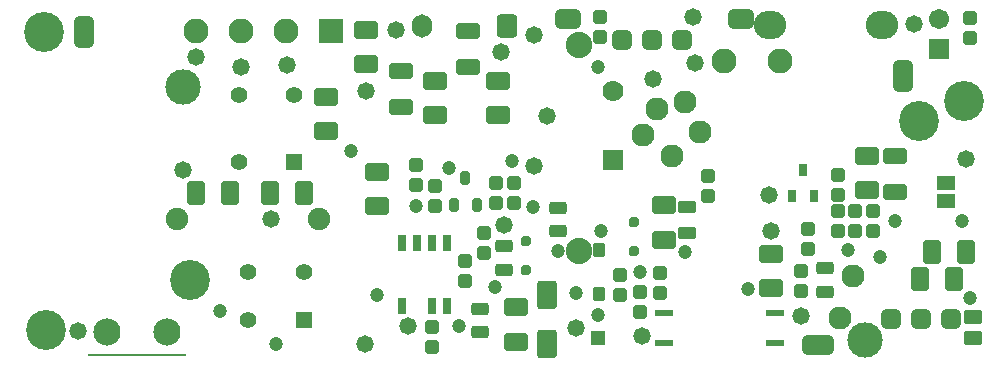
<source format=gbs>
%FSTAX23Y23*%
%MOIN*%
%SFA1B1*%

%IPPOS*%
%AMD25*
4,1,8,0.034400,0.033500,-0.034400,0.033500,-0.053200,0.014800,-0.053200,-0.014800,-0.034400,-0.033500,0.034400,-0.033500,0.053200,-0.014800,0.053200,0.014800,0.034400,0.033500,0.0*
1,1,0.037520,0.034400,0.014800*
1,1,0.037520,-0.034400,0.014800*
1,1,0.037520,-0.034400,-0.014800*
1,1,0.037520,0.034400,-0.014800*
%
%AMD26*
4,1,8,0.024600,0.033500,-0.024600,0.033500,-0.043400,0.014800,-0.043400,-0.014800,-0.024600,-0.033500,0.024600,-0.033500,0.043400,-0.014800,0.043400,0.014800,0.024600,0.033500,0.0*
1,1,0.037520,0.024600,0.014800*
1,1,0.037520,-0.024600,0.014800*
1,1,0.037520,-0.024600,-0.014800*
1,1,0.037520,0.024600,-0.014800*
%
%AMD27*
4,1,8,0.014800,0.053200,-0.014800,0.053200,-0.033500,0.034400,-0.033500,-0.034400,-0.014800,-0.053200,0.014800,-0.053200,0.033500,-0.034400,0.033500,0.034400,0.014800,0.053200,0.0*
1,1,0.037520,0.014800,0.034400*
1,1,0.037520,-0.014800,0.034400*
1,1,0.037520,-0.014800,-0.034400*
1,1,0.037520,0.014800,-0.034400*
%
%AMD28*
4,1,8,0.015000,0.053200,-0.015000,0.053200,-0.034000,0.034200,-0.034000,-0.034200,-0.015000,-0.053200,0.015000,-0.053200,0.034000,-0.034200,0.034000,0.034200,0.015000,0.053200,0.0*
1,1,0.038000,0.015000,0.034200*
1,1,0.038000,-0.015000,0.034200*
1,1,0.038000,-0.015000,-0.034200*
1,1,0.038000,0.015000,-0.034200*
%
%AMD30*
4,1,8,-0.022500,-0.039000,0.022500,-0.039000,0.034000,-0.027500,0.034000,0.027500,0.022500,0.039000,-0.022500,0.039000,-0.034000,0.027500,-0.034000,-0.027500,-0.022500,-0.039000,0.0*
1,1,0.023000,-0.022500,-0.027500*
1,1,0.023000,0.022500,-0.027500*
1,1,0.023000,0.022500,0.027500*
1,1,0.023000,-0.022500,0.027500*
%
%AMD32*
4,1,8,0.014800,0.033500,-0.014800,0.033500,-0.033500,0.014800,-0.033500,-0.014800,-0.014800,-0.033500,0.014800,-0.033500,0.033500,-0.014800,0.033500,0.014800,0.014800,0.033500,0.0*
1,1,0.037520,0.014800,0.014800*
1,1,0.037520,-0.014800,0.014800*
1,1,0.037520,-0.014800,-0.014800*
1,1,0.037520,0.014800,-0.014800*
%
%AMD97*
4,1,8,0.015300,0.021700,-0.015300,0.021700,-0.023700,0.013300,-0.023700,-0.013300,-0.015300,-0.021700,0.015300,-0.021700,0.023700,-0.013300,0.023700,0.013300,0.015300,0.021700,0.0*
1,1,0.016860,0.015300,0.013300*
1,1,0.016860,-0.015300,0.013300*
1,1,0.016860,-0.015300,-0.013300*
1,1,0.016860,0.015300,-0.013300*
%
%AMD101*
4,1,8,0.029000,0.029600,-0.029000,0.029600,-0.039400,0.019200,-0.039400,-0.019200,-0.029000,-0.029600,0.029000,-0.029600,0.039400,-0.019200,0.039400,0.019200,0.029000,0.029600,0.0*
1,1,0.020800,0.029000,0.019200*
1,1,0.020800,-0.029000,0.019200*
1,1,0.020800,-0.029000,-0.019200*
1,1,0.020800,0.029000,-0.019200*
%
%AMD102*
4,1,8,0.022600,0.023700,-0.022600,0.023700,-0.031600,0.014800,-0.031600,-0.014800,-0.022600,-0.023700,0.022600,-0.023700,0.031600,-0.014800,0.031600,0.014800,0.022600,0.023700,0.0*
1,1,0.017840,0.022600,0.014800*
1,1,0.017840,-0.022600,0.014800*
1,1,0.017840,-0.022600,-0.014800*
1,1,0.017840,0.022600,-0.014800*
%
%AMD103*
4,1,8,-0.029600,0.029000,-0.029600,-0.029000,-0.019200,-0.039400,0.019200,-0.039400,0.029600,-0.029000,0.029600,0.029000,0.019200,0.039400,-0.019200,0.039400,-0.029600,0.029000,0.0*
1,1,0.020800,-0.019200,0.029000*
1,1,0.020800,-0.019200,-0.029000*
1,1,0.020800,0.019200,-0.029000*
1,1,0.020800,0.019200,0.029000*
%
%AMD104*
4,1,8,-0.021600,-0.019700,0.021600,-0.019700,0.029600,-0.011800,0.029600,0.011800,0.021600,0.019700,-0.021600,0.019700,-0.029600,0.011800,-0.029600,-0.011800,-0.021600,-0.019700,0.0*
1,1,0.015880,-0.021600,-0.011800*
1,1,0.015880,0.021600,-0.011800*
1,1,0.015880,0.021600,0.011800*
1,1,0.015880,-0.021600,0.011800*
%
%AMD105*
4,1,8,-0.011800,-0.023700,0.011800,-0.023700,0.019700,-0.015700,0.019700,0.015700,0.011800,0.023700,-0.011800,0.023700,-0.019700,0.015700,-0.019700,-0.015700,-0.011800,-0.023700,0.0*
1,1,0.015880,-0.011800,-0.015700*
1,1,0.015880,0.011800,-0.015700*
1,1,0.015880,0.011800,0.015700*
1,1,0.015880,-0.011800,0.015700*
%
%AMD106*
4,1,8,-0.008900,-0.023700,0.008900,-0.023700,0.015800,-0.016700,0.015800,0.016700,0.008900,0.023700,-0.008900,0.023700,-0.015800,0.016700,-0.015800,-0.016700,-0.008900,-0.023700,0.0*
1,1,0.013900,-0.008900,-0.016700*
1,1,0.013900,0.008900,-0.016700*
1,1,0.013900,0.008900,0.016700*
1,1,0.013900,-0.008900,0.016700*
%
%AMD108*
4,1,8,0.033500,-0.035900,0.033500,0.035900,0.022100,0.047300,-0.022100,0.047300,-0.033500,0.035900,-0.033500,-0.035900,-0.022100,-0.047300,0.022100,-0.047300,0.033500,-0.035900,0.0*
1,1,0.022760,0.022100,-0.035900*
1,1,0.022760,0.022100,0.035900*
1,1,0.022760,-0.022100,0.035900*
1,1,0.022760,-0.022100,-0.035900*
%
%AMD109*
4,1,8,0.029800,0.026600,-0.029800,0.026600,-0.039400,0.017000,-0.039400,-0.017000,-0.029800,-0.026600,0.029800,-0.026600,0.039400,-0.017000,0.039400,0.017000,0.029800,0.026600,0.0*
1,1,0.019320,0.029800,0.017000*
1,1,0.019320,-0.029800,0.017000*
1,1,0.019320,-0.029800,-0.017000*
1,1,0.019320,0.029800,-0.017000*
%
%AMD110*
4,1,8,0.022600,0.019700,-0.022600,0.019700,-0.030600,0.011800,-0.030600,-0.011800,-0.022600,-0.019700,0.022600,-0.019700,0.030600,-0.011800,0.030600,0.011800,0.022600,0.019700,0.0*
1,1,0.015880,0.022600,0.011800*
1,1,0.015880,-0.022600,0.011800*
1,1,0.015880,-0.022600,-0.011800*
1,1,0.015880,0.022600,-0.011800*
%
%AMD111*
4,1,8,0.017800,-0.008900,0.017800,0.008900,0.010800,0.015800,-0.010800,0.015800,-0.017800,0.008900,-0.017800,-0.008900,-0.010800,-0.015800,0.010800,-0.015800,0.017800,-0.008900,0.0*
1,1,0.013900,0.010800,-0.008900*
1,1,0.013900,0.010800,0.008900*
1,1,0.013900,-0.010800,0.008900*
1,1,0.013900,-0.010800,-0.008900*
%
%ADD21R,0.330000X0.005000*%
%ADD22C,0.067370*%
%ADD23R,0.067370X0.067370*%
%ADD24C,0.083000*%
G04~CAMADD=25~8~0.0~0.0~1064.2~670.6~187.6~0.0~15~0.0~0.0~0.0~0.0~0~0.0~0.0~0.0~0.0~0~0.0~0.0~0.0~0.0~1064.2~670.6*
%ADD25D25*%
G04~CAMADD=26~8~0.0~0.0~867.4~670.6~187.6~0.0~15~0.0~0.0~0.0~0.0~0~0.0~0.0~0.0~0.0~0~0.0~0.0~0.0~0.0~867.4~670.6*
%ADD26D26*%
G04~CAMADD=27~8~0.0~0.0~670.6~1064.2~187.6~0.0~15~0.0~0.0~0.0~0.0~0~0.0~0.0~0.0~0.0~0~0.0~0.0~0.0~0.0~670.6~1064.2*
%ADD27D27*%
G04~CAMADD=28~8~0.0~0.0~680.0~1064.2~190.0~0.0~15~0.0~0.0~0.0~0.0~0~0.0~0.0~0.0~0.0~0~0.0~0.0~0.0~0.0~680.0~1064.2*
%ADD28D28*%
%ADD29C,0.074930*%
G04~CAMADD=30~8~0.0~0.0~680.0~780.0~115.0~0.0~15~0.0~0.0~0.0~0.0~0~0.0~0.0~0.0~0.0~0~0.0~0.0~0.0~180.0~680.0~780.0*
%ADD30D30*%
%ADD31O,0.068000X0.078000*%
G04~CAMADD=32~8~0.0~0.0~670.6~670.6~187.6~0.0~15~0.0~0.0~0.0~0.0~0~0.0~0.0~0.0~0.0~0~0.0~0.0~0.0~0.0~670.6~670.6*
%ADD32D32*%
%ADD33C,0.088000*%
%ADD34C,0.070010*%
%ADD35R,0.070010X0.070010*%
%ADD36C,0.077000*%
%ADD38C,0.083200*%
%ADD39R,0.083200X0.083200*%
%ADD40C,0.047370*%
%ADD41R,0.047370X0.047370*%
%ADD42C,0.055560*%
%ADD43R,0.055560X0.055560*%
%ADD44C,0.090680*%
%ADD45C,0.058000*%
%ADD83R,0.059060X0.023620*%
G04~CAMADD=97~8~0.0~0.0~473.7~434.3~84.3~0.0~15~0.0~0.0~0.0~0.0~0~0.0~0.0~0.0~0.0~0~0.0~0.0~0.0~0.0~473.7~434.3*
%ADD97D97*%
%ADD98R,0.063120X0.051310*%
%ADD99R,0.031620X0.041470*%
%ADD100C,0.118110*%
G04~CAMADD=101~8~0.0~0.0~788.7~591.8~104.0~0.0~15~0.0~0.0~0.0~0.0~0~0.0~0.0~0.0~0.0~0~0.0~0.0~0.0~0.0~788.7~591.8*
%ADD101D101*%
G04~CAMADD=102~8~0.0~0.0~631.2~473.7~89.2~0.0~15~0.0~0.0~0.0~0.0~0~0.0~0.0~0.0~0.0~0~0.0~0.0~0.0~0.0~631.2~473.7*
%ADD102D102*%
G04~CAMADD=103~8~0.0~0.0~788.7~591.8~104.0~0.0~15~0.0~0.0~0.0~0.0~0~0.0~0.0~0.0~0.0~0~0.0~0.0~0.0~90.0~592.0~788.0*
%ADD103D103*%
G04~CAMADD=104~8~0.0~0.0~591.8~395.0~79.4~0.0~15~0.0~0.0~0.0~0.0~0~0.0~0.0~0.0~0.0~0~0.0~0.0~0.0~180.0~592.0~395.0*
%ADD104D104*%
G04~CAMADD=105~8~0.0~0.0~395.0~473.7~79.4~0.0~15~0.0~0.0~0.0~0.0~0~0.0~0.0~0.0~0.0~0~0.0~0.0~0.0~180.0~396.0~474.0*
%ADD105D105*%
G04~CAMADD=106~8~0.0~0.0~316.2~473.7~69.5~0.0~15~0.0~0.0~0.0~0.0~0~0.0~0.0~0.0~0.0~0~0.0~0.0~0.0~180.0~316.0~474.0*
%ADD106D106*%
%ADD107R,0.027690X0.055240*%
G04~CAMADD=108~8~0.0~0.0~946.1~670.6~113.8~0.0~15~0.0~0.0~0.0~0.0~0~0.0~0.0~0.0~0.0~0~0.0~0.0~0.0~270.0~671.0~946.0*
%ADD108D108*%
G04~CAMADD=109~8~0.0~0.0~788.7~532.8~96.6~0.0~15~0.0~0.0~0.0~0.0~0~0.0~0.0~0.0~0.0~0~0.0~0.0~0.0~0.0~788.7~532.8*
%ADD109D109*%
G04~CAMADD=110~8~0.0~0.0~611.5~395.0~79.4~0.0~15~0.0~0.0~0.0~0.0~0~0.0~0.0~0.0~0.0~0~0.0~0.0~0.0~0.0~611.5~395.0*
%ADD110D110*%
G04~CAMADD=111~8~0.0~0.0~316.2~355.6~69.5~0.0~15~0.0~0.0~0.0~0.0~0~0.0~0.0~0.0~0.0~0~0.0~0.0~0.0~270.0~356.0~316.0*
%ADD111D111*%
%ADD112C,0.133000*%
%ADD113O,0.108000X0.093000*%
%LNadapter_pcb-1*%
%LPD*%
G54D21*
X02539Y0356D03*
G54D22*
X05212Y04683D03*
G54D23*
X05212Y04583D03*
G54D24*
X04496Y04543D03*
X04683D03*
G54D25*
X04807Y03594D03*
G54D26*
X04551Y04681D03*
X03976D03*
G54D27*
X0509Y04492D03*
G54D28*
X02362Y04637D03*
G54D29*
X02673Y04015D03*
X03145D03*
G54D30*
X03771Y04657D03*
G54D31*
X03488Y04657D03*
G54D32*
X04354Y0461D03*
X04254D03*
X04154D03*
X05051Y03681D03*
X05151D03*
X05251D03*
G54D33*
X04011Y03909D03*
Y04594D03*
G54D34*
X04125Y04441D03*
G54D35*
X04125Y04211D03*
G54D36*
X04881Y03686D03*
X04416Y04306D03*
X04926Y03826D03*
X04321Y04226D03*
X04226Y04296D03*
X04271Y04381D03*
X04366Y04406D03*
G54D38*
X02735Y04641D03*
X02885D03*
X03035D03*
G54D39*
X03185Y04641D03*
G54D40*
X03338Y03763D03*
X03251Y0424D03*
X03003Y03598D03*
X05015Y03889D03*
X04909Y03911D03*
X04366Y03905D03*
X04216Y03838D03*
X0394Y03909D03*
X0361Y03657D03*
X04074Y04523D03*
X03858Y04055D03*
X04574Y03783D03*
X03787Y04208D03*
X05314Y03751D03*
X04Y03767D03*
X03732Y03787D03*
X04086Y03976D03*
X03578Y04185D03*
X03468Y04059D03*
X02814Y03708D03*
X04074Y03696D03*
X05287Y04007D03*
X05066D03*
G54D41*
X04074Y03618D03*
G54D42*
X02909Y03837D03*
X03094D03*
X02909Y03677D03*
X02877Y04204D03*
X03062Y04429D03*
X02877D03*
G54D43*
X03094Y03677D03*
X03062Y04204D03*
G54D44*
X02639Y03637D03*
X02439D03*
G54D45*
X04397Y04535D03*
X03299Y03598D03*
X04653Y03974D03*
X05303Y04216D03*
X03039Y04527D03*
X03401Y04645D03*
X04393Y04688D03*
X02885Y04523D03*
X02692Y04177D03*
X04259Y0448D03*
X04003Y03653D03*
X03763Y03996D03*
X0422Y03625D03*
X05129Y04665D03*
X04645Y04094D03*
X03905Y04358D03*
X03303Y0444D03*
X0344Y03657D03*
X04751Y03692D03*
X02342Y03641D03*
X02984Y04015D03*
X03751Y0457D03*
X02736Y04555D03*
X03862Y04629D03*
Y04192D03*
G54D83*
X04665Y03703D03*
X04295D03*
X04665Y03603D03*
X04295D03*
G54D97*
X05314Y04618D03*
Y04685D03*
X04751Y03775D03*
Y03842D03*
X04149Y03828D03*
Y03761D03*
X03523Y03655D03*
Y03588D03*
X04216Y03771D03*
Y03704D03*
X04082Y04687D03*
Y0462D03*
X03633Y03807D03*
Y03874D03*
X03795Y04068D03*
Y04135D03*
X03468Y04194D03*
Y04127D03*
X03531Y04059D03*
Y04125D03*
X04775Y03982D03*
Y03915D03*
X04992Y04041D03*
Y03974D03*
X04874Y04163D03*
Y04096D03*
X04933Y04041D03*
Y03974D03*
X04874Y04041D03*
Y03974D03*
X04283Y03769D03*
Y03836D03*
X0444Y04159D03*
Y04092D03*
X03696Y03902D03*
Y03969D03*
X03736Y04135D03*
Y04068D03*
G54D98*
X05236Y04076D03*
Y04135D03*
G54D99*
X04757Y04178D03*
X0472Y04093D03*
X04795D03*
G54D100*
X02692Y04456D03*
X04964Y0361D03*
G54D101*
X04653Y03899D03*
Y03785D03*
X03803Y0372D03*
Y03606D03*
X04295Y04061D03*
Y03946D03*
X03169Y04309D03*
Y04423D03*
X0374Y04474D03*
Y0436D03*
X03531Y04474D03*
Y0436D03*
X04972Y04224D03*
Y0411D03*
X03338Y04171D03*
Y04057D03*
X03303Y04531D03*
Y04645D03*
G54D102*
X05326Y03688D03*
Y03618D03*
G54D103*
X05187Y03905D03*
X05301D03*
X05147Y03814D03*
X05261D03*
X02982Y04102D03*
X03096D03*
X02734D03*
X02848D03*
G54D104*
X03681Y03716D03*
Y03637D03*
X0394Y03974D03*
Y04053D03*
X0483Y0385D03*
Y03771D03*
X03763Y03925D03*
Y03846D03*
G54D105*
X04078Y03911D03*
Y03765D03*
G54D106*
X03633Y04153D03*
X03596Y04062D03*
X03671D03*
G54D107*
X03572Y03935D03*
Y03725D03*
X03522D03*
X03422D03*
X03522Y03935D03*
X03472D03*
X03422D03*
G54D108*
X03905Y03763D03*
Y03598D03*
G54D109*
X03417Y04389D03*
Y04507D03*
X03641Y04523D03*
Y04641D03*
X05066Y04224D03*
Y04106D03*
G54D110*
X0437Y03968D03*
Y04055D03*
G54D111*
X03834Y03844D03*
Y03942D03*
X04196Y03907D03*
Y04005D03*
G54D112*
X02228Y04637D03*
X05295Y04409D03*
X02716Y03811D03*
X02236Y03645D03*
X05145Y04342D03*
G54D113*
X04647Y04661D03*
X05021D03*
M02*
</source>
